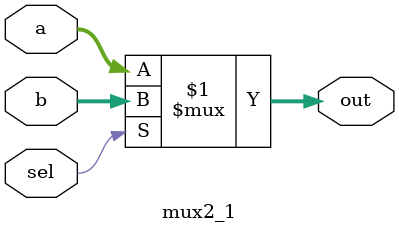
<source format=v>
module mux2_1 #(
    parameter width = 12
) (
    input [width-1:0] a, b,
    input sel,
    output [width-1:0] out
);
    assign out = sel ? b : a; // If sel is 1, output b; if 0, output a
endmodule
</source>
